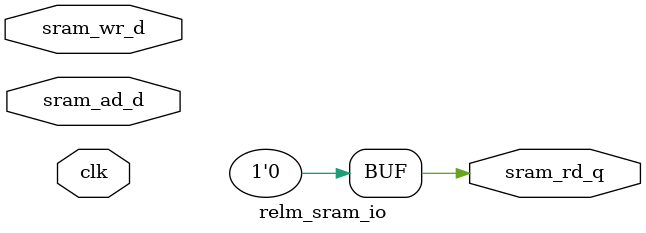
<source format=v>
module relm_decode(e_in, d_in, q_out);
	parameter WE = 1;
	parameter WD = 1;
	input [WE-1:0] e_in;
	input [WD-1:0] d_in;
	localparam WH = WE * (2 ** (WD - 1));
	output [WH*2-1:0] q_out;
	generate
		if (WD == 1)
		begin : d1
			assign q_out = {e_in & {WE{d_in[0]}}, e_in & {WE{~d_in[0]}}};
		end
		else
		begin : d2
			wire [WH-1:0] e;
			relm_decode #(WE, WD-1) e_decode(.e_in(e_in), .d_in(d_in[0+:WD-1]), .q_out(e));
			relm_decode #(WH, 1) q_decode(.e_in(e), .d_in(d_in[WD-1]), .q_out(q_out));
		end
	endgenerate
endmodule

module relm_decode_shared(d_in, q_out, r_out);
	parameter WDQ = 1;
	parameter WDR = 1;
	localparam WD = (WDQ > WDR) ? WDQ : WDR;
	input [WD-1:0] d_in;
	localparam WQ = 2 ** WDQ;
	output [WQ-1:0] q_out;
	localparam WR = 2 ** WDR;
	output [WR-1:0] r_out;
	generate
		if (WDQ < WDR)
		begin : ds1
			relm_decode #(1, WDQ) q_decode(.e_in(1'b1), .d_in(d_in[0+:WDQ]), .q_out(q_out));
			relm_decode #(WQ, WDR-WDQ) r_decode(.e_in(q_out), .d_in(d_in[WDR-1:WDQ]), .q_out(r_out));
		end
		else if (WDR < WDQ)
		begin : ds2
			relm_decode #(1, WDR) r_decode(.e_in(1'b1), .d_in(d_in[0+:WDR]), .q_out(r_out));
			relm_decode #(WR, WDQ-WDR) q_decode(.e_in(r_out), .d_in(d_in[WDQ-1:WDR]), .q_out(q_out));
		end
		else
		begin : ds3
			relm_decode #(1, WDQ) q_decode(.e_in(1'b1), .d_in(d_in), .q_out(q_out));
			assign r_out = q_out;
		end
	endgenerate
endmodule

module relm_shrink(d_in, q_out);
	parameter WS = 1;
	parameter WQ = 1;
	input [WS*WQ-1:0] d_in;
	output reg [WQ-1:0] q_out;
	integer i;
	always @*
	begin
		for (i = 0; i < WQ; i = i + 1)
			q_out[i] <= |d_in[i*WS+:WS];
	end
endmodule

module relm_select(s_in, d1_in, d0_in, q_out);
	parameter WS = 1;
	parameter WD = 1;
	input [WS-1:0] s_in;
	input [WS*WD-1:0] d1_in;
	input [WS*WD-1:0] d0_in;
	output reg [WS*WD-1:0] q_out;
	integer i;
	always @*
	begin
		for (i = 0; i < WS; i = i + 1)
			q_out[i*WD+:WD] <= s_in[i] ? d1_in[i*WD+:WD] : d0_in[i*WD+:WD];
	end
endmodule

module relm_mix(s_in, d_in, q_out);
	parameter WS = 1;
	parameter WQ = 1;
	input [WS-1:0] s_in;
	input [WS*WQ-1:0] d_in;
	output reg [WQ-1:0] q_out;
	integer i;
	always @*
	begin
		q_out = {WQ{1'b0}};
		for (i = 0; i < WS; i = i + 1)
			q_out = q_out | (d_in[i*WQ+:WQ] & {WQ{s_in[i]}});
	end
endmodule

module relm_pe(clk, pc_in, pc_out, a_in, a_out, cb_in, cb_out,
		wb_ad_in, wb_ad_out, wb_d_in, wb_d_out, wb_en_in, wb_en_out,
		push_out, push_in, pop_out, pop_in, op_we_in, op_wa_in, op_d_in);
	parameter ID = 0;
	parameter WID = 0;
	parameter WAD = 0;
	parameter WPUSH = 0;
	parameter WPOP = 0;
	parameter WSHIFT = 5;
	parameter WD = 32;
	parameter WOP = 5;
	parameter WC = 0;
	parameter CODE = "code00";
	parameter DATA = "data00";
	parameter EXT = ".txt";
	localparam NID = 2 ** WID;
	input clk;
	input [WAD+WID:0] pc_in;
	input [WD-1:0] a_in;
	input [WC+WD-1:0] cb_in;
	input [NID*WAD-1:0] wb_ad_in;
	input [NID*WD-1:0] wb_d_in;
	input [NID-1:0] wb_en_in;
	reg [WAD+WID:0] pc = ID[0+:WAD+WID+1];
	reg [WD-1:0] a = 0;
	reg [WC+WD-1:0] cb = 0;
	reg [NID*WAD-1:0] wb_ad;
	reg [NID*WD-1:0] wb_d;
	reg [NID-1:0] wb_en_reg = 0;
	wire [NID-1:0] wb_en = wb_en_reg & {{NID-ID-1{1'b1}}, 1'b0, {ID{1'b1}}};
	reg active = 0;
	reg fetch = 0;
	always @(posedge clk)
	begin
		pc <= pc_in;
		a <= a_in;
		cb <= cb_in;
		wb_ad <= wb_ad_in;
		wb_d <= wb_d_in;
		wb_en_reg <= wb_en_in;
		active <= (pc_in[0+:WID] == ID[0+:WID]);
		fetch <= !(wb_en_in[ID] && pc_in[WID+:WAD] == wb_ad_in[ID*WAD+:WAD]);
	end
	wire [WD-1:0] x_mem;
	relm_dpmem #(
		.WAD(WAD),
		.WD(WD),
		.FILEH({DATA + ID / 10 * 256 + ID % 10, EXT})
	) dpmem_x(
		.clk(clk),
		.we_in(wb_en_in[ID]),
		.wa_in(wb_ad_in[ID*WAD+:WAD]),
		.d_in(wb_d_in[ID*WD+:WD]),
		.ra_in(pc_in[WID+:WAD]),
		.q_out(x_mem)
	);
	input op_we_in;
	input [WAD+WID-1:0] op_wa_in;
	input [WOP-1:0] op_d_in;
	wire [WOP-1:0] op_mem;
	relm_dpmem #(
		.WAD(WAD),
		.WD(WOP),
		.FILEB({CODE + ID / 10 * 256 + ID % 10, EXT})
	) dpmem_op(
		.clk(clk),
		.we_in(op_we_in && op_wa_in[0+:WID] == ID[0+:WID]),
		.wa_in(op_wa_in[WID+:WAD]),
		.d_in(op_d_in),
		.ra_in(pc_in[WID+:WAD]),
		.q_out(op_mem)
	);
	wire [WD-1:0] x = fetch ? x_mem : wb_d[ID*WD+:WD];
	wire opb = &op_mem; // OPB(5'b11111)
	wire [WOP-1:0] op = active ? (pc[WAD+WID] ? 5'b00000 : (opb ? x[0+:WOP] : op_mem)) : 5'b11111; // LOAD, HALT
	wire [WD-1:0] xb = (!pc[WAD+WID] & opb) ? cb[WD-1:0] : x;

	wire [NID-1:0] put_decode;
	localparam NPOP = 2 ** WPOP;
	wire [NPOP-1:0] pop_decode;
	localparam WXB = (WID > WPOP) ? WID : WPOP;
	relm_decode_shared #(WID, WPOP) xb_decode(
		.d_in(xb[0+:WXB]),
		.q_out(put_decode),
		.r_out(pop_decode)
	);
	wire [NID-1:0] ad_ne_xb;
	relm_shrink #(WAD, NID) ad_xb_compare(
		.d_in(wb_ad ^ {NID{xb[WID+:WAD]}}),
		.q_out(ad_ne_xb)
	);
	output [NID*WAD-1:0] wb_ad_out;
	relm_select #(NID, WAD) wb_ad_select(
		.s_in(wb_en),
		.d1_in(wb_ad),
		.d0_in({NID{xb[WID+:WAD]}}),
		.q_out(wb_ad_out)
	);

	localparam NSHIFT = 2 ** WSHIFT;
	wire [NSHIFT-1:0] a_shift;
	localparam NPUSH = 2 ** WPUSH;
	wire [NPUSH-1:0] push_decode;
	localparam WA = (WSHIFT > WPUSH) ? WSHIFT : WPUSH;
	relm_decode_shared #(WSHIFT, WPUSH) a_decode(
		.d_in(a[0+:WA]),
		.q_out(a_shift),
		.r_out(push_decode)
	);
	wire [WD-1:0] a_put = (op[0] && (!op[3] || x[WD-1])) ? a_shift[WD-1:0] : {op[0] ^ a[WD-1], a[WD-2:0]};

	reg put;
	wire [NID-1:0] put_stb = put_decode & {NID{put}};
	output [NID*WD-1:0] wb_d_out;
	relm_select #(NID, WD) wb_d_select(
		.s_in(put_stb & ~ad_ne_xb | ~wb_en),
		.d1_in({NID{a_put}}),
		.d0_in(wb_d),
		.q_out(wb_d_out)
	);
	output [NID-1:0] wb_en_out;
	assign wb_en_out = put_stb | wb_en;
	wire retry_put = |(put_decode & ad_ne_xb & wb_en);

	reg push;
	wire [NPUSH-1:0] push_stb = push_decode & {NPUSH{push}};
	output [NPUSH*(WD+1)-1:0] push_out;
	relm_select #(NPUSH, WD+1) push_select(
		.s_in(push_stb),
		.d1_in({NPUSH{1'b1, xb}}),
		.d0_in({NPUSH*(WD+1){1'b0}}),
		.q_out(push_out)
	);
	input [NPUSH-1:0] push_in;
	wire retry_push = |(push_decode & push_in);

	reg pop;
	wire [NPOP-1:0] pop_stb = pop_decode & {NPOP{pop}};
	output [NPOP*(WD+1)-1:0] pop_out;
	relm_select #(NPOP, WD+1) pop_select(
		.s_in(pop_stb),
		.d1_in({NPOP{1'b1, a}}),
		.d0_in({NPOP*(WD+1){1'b0}}),
		.q_out(pop_out)
	);
	input [NPOP*(WD+1)-1:0] pop_in;
	wire [WD:0] a_pop;
	relm_mix #(NPOP, WD+1) pop_mix(
		.s_in(pop_decode),
		.d_in(pop_in),
		.q_out(a_pop)
	);
	wire retry_pop = a_pop[WD];

	reg [WD-1:0] mul_a;
	reg [WD-1:0] mul_x;
	wire [WD*2-1:0] mul_ax = mul_a * mul_x;
	wire [WD-1:0] mul_a_custom;
	wire [WD-1:0] mul_x_custom;
	wire [WD-1:0] a_custom;
	wire [WC+WD-1:0] cb_custom;
	wire retry_custom;
	relm_custom #(WD, WOP, WC) custom(
		.clk(clk),
		.op_in(op),
		.a_in(a),
		.cb_in(cb),
		.x_in(x),
		.xb_in(xb),
		.opb_in(opb),
		.mul_ax_in(mul_ax),
		.mul_a_out(mul_a_custom),
		.mul_x_out(mul_x_custom),
		.a_out(a_custom),
		.cb_out(cb_custom),
		.retry_out(retry_custom)
	);
	wire sar_sign = a[WD-1] & op[0];
	reg [WD-1:0] sar_a;
	reg [WD-1:0] sar_ax;
	integer i;
	always @*
	begin
		for (i = 0; i < WD; i = i + 1) sar_a[i] <= a[WD-1-i] ^ sar_sign;
		for (i = 0; i < WD; i = i + 1) sar_ax[i] <= mul_ax[WD-1-i] ^ sar_sign;
		casez (op)
			5'b10101: begin // MUL
				mul_a <= a;
				mul_x <= xb;
			end
			5'b1011?: begin // SAR, SHR
				mul_a <= sar_a;
				mul_x <= xb;
			end
			5'b110??, 5'b1110?, 5'b11110: begin // custom
				mul_a <= mul_a_custom;
				mul_x <= mul_x_custom;
			end
			default: begin // otherwise
				mul_a <= {WD{1'bx}};
				mul_x <= {WD{1'bx}};
			end
		endcase
	end

	localparam [WID-1:0] ID1 = ID[WID-1:0] + {{WID-1{1'b0}}, 1'b1};
	localparam [WAD-1:0] PC1 = {{WAD-1{1'd0}}, !ID1};
	wire [WAD+WID:0] pc_inc = {pc[WAD+WID], pc[WID+:WAD] + PC1, ID1};
	output reg [WAD+WID:0] pc_out;
	always @*
	begin
		casez (op)
			5'b01000: // PUSH/OUT
				{push, pop, put, pc_out} <= {3'b100, retry_push ? pc : pc_inc};
			5'b01001: // POP/IO
				{push, pop, put, pc_out} <= {3'b010, retry_pop ? pc : pc_inc};
			5'b0101?: // PUT, PUTS
				{push, pop, put, pc_out} <= {3'b001, retry_put ? pc : pc_inc};
			5'b011??: // RSUB, JEQ, JNE, JUMP
				{push, pop, put, pc_out} <= {3'b000, (!a ? op[0] : op[1]) ? {xb[WD-1], xb[0+:WAD+WID]} : pc_inc};
			5'b110??, 5'b1110?, 5'b11110: // custom
				{push, pop, put, pc_out} <= {3'b000, retry_custom ? pc : pc_inc};
			5'b11111: // HALT, inactive
				{push, pop, put, pc_out} <= {3'b000, pc};
			default: // get, otherwise
				{push, pop, put, pc_out} <= {3'b000, pc[WAD+WID] ? {1'b0, a[0+:WAD+WID]} : pc_inc};
		endcase
	end

	wire [WD-1:0] a_sign = {WD{op[3]}} ^ {op[1], {WD-1{1'b0}}};
	wire [WD-1:0] x_sign = {WD{op[4]}} ^ {op[1], {WD-1{1'b0}}};
	wire [WD:0] a_add = {1'b0, a ^ a_sign} + {1'b1, xb ^ x_sign} + {{WD{1'b0}}, op[3] | op[4]};
	wire [WD-1:0] a_xor = a ^ xb;
	wire [WD-1:0] a_logic = (op[0] ? a & xb : {WD{1'b0}}) | (op[1] ? a_xor : {WD{1'b0}});
	output reg [WD-1:0] a_out;
	output reg [WC+WD-1:0] cb_out;
	always @*
	begin
		casez (op)
			5'b00000, 5'b0001?: // LOAD, BLOAD, BSLOAD, BLOADX, BSLOADX
				a_out <= (opb && x[WOP]) ? a : xb;
			5'b00001: // SWAP/SHIFT
				a_out <= opb ? a_shift[WD-1:0] : x_mem;
			5'b0?100, 5'b10100: // ADD, RSUB, SUB
				a_out <= a_add[WD-1:0];
			5'b00101, 5'b0011?: // AND, XOR, OR
				a_out <= a_logic;
			5'b01001: // POP/IO
				a_out <= retry_pop ? a : a_pop[WD-1:0];
			5'b100??: // UGT, ULT, IGT, ILT
				a_out <= {{WD-1{1'b0}}, a_add[WD] == op[0] && a_xor};
			5'b10101: // MUL
				a_out <= mul_ax[WD-1:0];
			5'b1011?: // SAR, SHR
				a_out <= sar_ax;
			5'b110??, 5'b1110?, 5'b11110: // custom
				a_out <= a_custom;
			default: // otherwise
				a_out <= a;
		endcase
		casez (op)
			5'b0001?: // BLOAD, BSLOAD
				cb_out <= WC ? {cb[WC+WD-1-:WC], a_put} : a_put;
			5'b110??, 5'b1110?, 5'b11110: // custom
				cb_out <= cb_custom;
			default: // otherwise
				cb_out <= cb;
		endcase
	end
endmodule

module relm(clk, push_out, push_in, pop_out, pop_in, op_we_in, op_wa_in, op_d_in);
	parameter WID = 0;
	parameter WAD = 0;
	parameter NPUSH = 0;
	parameter NPOP = 0;
	parameter WSHIFT = 5;
	parameter WD = 32;
	parameter WOP = 5;
	parameter WC = 0;
	parameter CODE = "code00";
	parameter DATA = "data00";
	parameter EXT = ".txt";
	localparam NID = 2 ** WID;
	input clk;
	wire [NID*(WAD+WID+1)-1:0] pc;
	wire [NID*WD-1:0] a;
	wire [NID*(WC+WD)-1:0] cb;
	wire [NID*NID*WAD-1:0] wb_ad;
	wire [NID*NID*WD-1:0] wb_d;
	wire [NID*NID-1:0] wb_en;
	localparam WPUSH = $clog2(NPUSH);
	localparam MPUSH = 2 ** WPUSH;
	localparam WPOP = $clog2(NPOP);
	localparam MPOP = 2 ** WPOP;
	wire [NID*MPUSH*(WD+1)-1:0] push;
	wire [MPUSH*(WD+1)-1:0] push_mix;
	output [NPUSH*(WD+1)-1:0] push_out;
	assign push_out = push_mix[NPUSH*(WD+1)-1:0];
	relm_mix #(NID, MPUSH*(WD+1)) mix_push(
		.s_in({NID{1'b1}}),
		.d_in(push),
		.q_out(push_mix)
	);
	input [NPUSH-1:0] push_in;
	wire [NID*MPOP*(WD+1)-1:0] pop;
	wire [MPOP*(WD+1)-1:0] pop_mix;
	output [NPOP*(WD+1)-1:0] pop_out;
	assign pop_out = pop_mix[NPOP*(WD+1)-1:0];
	relm_mix #(NID, MPOP*(WD+1)) mix_pop(
		.s_in({NID{1'b1}}),
		.d_in(pop),
		.q_out(pop_mix)
	);
	input [NPOP*(WD+1)-1:0] pop_in;
	input op_we_in;
	input [WAD+WID-1:0] op_wa_in;
	input [WOP-1:0] op_d_in;
	genvar i;
	generate
		for (i = 0; i < NID - 1; i = i + 1) begin : ring
			relm_pe #(
				.ID(i),
				.WID(WID),
				.WAD(WAD),
				.WPUSH(WPUSH),
				.WPOP(WPOP),
				.WSHIFT(WSHIFT),
				.WD(WD),
				.WOP(WOP),
				.WC(WC),
				.CODE(CODE),
				.DATA(DATA),
				.EXT(EXT)
			) pe(
				.clk(clk),
				.pc_in(pc[i*(WAD+WID+1)+:WAD+WID+1]),
				.pc_out(pc[(i+1)*(WAD+WID+1)+:WAD+WID+1]),
				.a_in(a[i*WD+:WD]),
				.a_out(a[(i+1)*WD+:WD]),
				.cb_in(cb[i*(WC+WD)+:WC+WD]),
				.cb_out(cb[(i+1)*(WC+WD)+:WC+WD]),
				.wb_ad_in(wb_ad[i*NID*WAD+:NID*WAD]),
				.wb_ad_out(wb_ad[(i+1)*NID*WAD+:NID*WAD]),
				.wb_d_in(wb_d[i*NID*WD+:NID*WD]),
				.wb_d_out(wb_d[(i+1)*NID*WD+:NID*WD]),
				.wb_en_in(wb_en[i*NID+:NID]),
				.wb_en_out(wb_en[(i+1)*NID+:NID]),
				.push_out(push[i*MPUSH*(WD+1)+:MPUSH*(WD+1)]),
				.push_in({{MPUSH-NPUSH{1'b0}}, push_in}),
				.pop_out(pop[i*MPOP*(WD+1)+:MPOP*(WD+1)]),
				.pop_in({{(MPOP-NPOP)*(WD+1){1'b0}}, pop_in}),
				.op_we_in(op_we_in),
				.op_wa_in(op_wa_in),
				.op_d_in(op_d_in)
			);
		end
	endgenerate
	relm_pe #(
		.ID(NID-1),
		.WID(WID),
		.WAD(WAD),
		.WPUSH(WPUSH),
		.WPOP(WPOP),
		.WSHIFT(WSHIFT),
		.WD(WD),
		.WOP(WOP),
		.WC(WC),
		.CODE(CODE),
		.DATA(DATA),
		.EXT(EXT)
	) last_pe(
		.clk(clk),
		.pc_in(pc[NID*(WAD+WID+1)-1-:WAD+WID+1]),
		.pc_out(pc[0+:WAD+WID+1]),
		.a_in(a[NID*WD-1-:WD]),
		.a_out(a[0+:WD]),
		.cb_in(cb[NID*(WC+WD)-1-:WC+WD]),
		.cb_out(cb[0+:WC+WD]),
		.wb_ad_in(wb_ad[NID*NID*WAD-1-:NID*WAD]),
		.wb_ad_out(wb_ad[0+:NID*WAD]),
		.wb_d_in(wb_d[NID*NID*WD-1-:NID*WD]),
		.wb_d_out(wb_d[0+:NID*WD]),
		.wb_en_in(wb_en[NID*NID-1-:NID]),
		.wb_en_out(wb_en[0+:NID]),
		.push_out(push[NID*MPUSH*(WD+1)-1-:MPUSH*(WD+1)]),
		.push_in({{MPUSH-NPUSH{1'b0}}, push_in}),
		.pop_out(pop[NID*MPOP*(WD+1)-1-:MPOP*(WD+1)]),
		.pop_in({{(MPOP-NPOP)*(WD+1){1'b0}}, pop_in}),
		.op_we_in(op_we_in),
		.op_wa_in(op_wa_in),
		.op_d_in(op_d_in)
	);
endmodule

module relm_fifo(clk, re_in, we_in, d_in, empty_out, full_out, q_out);
	parameter WAD = 0;
	parameter WD = 0;
	input clk, re_in, we_in;
	input [WD-1:0] d_in;
	reg ready = 0;
	output empty_out;
	assign empty_out = ~ready;
	reg [WAD:0] ra = 0;
	wire [WAD:0] ra_next = ra + {{WAD{1'b0}}, ready & re_in};
	reg full = 0;
	output full_out;
	assign full_out = full & ~re_in;
	wire we = ~full_out & we_in;
	reg [WAD:0] wa = 0;
	wire [WAD:0] wa_next = wa + {{WAD{1'b0}}, we};
	output [WD-1:0] q_out;
	always @(posedge clk)
	begin
		{ready, full} <= (ra_next[0+:WAD] != wa_next[0+:WAD]) ?
			{ra_next[0+:WAD] != wa[0+:WAD], 1'b0} :
			{2{ra_next[WAD] ^ wa_next[WAD]}};
		ra <= ra_next;
		wa <= wa_next;
	end
	relm_dpmem #(
		.WAD(WAD),
		.WD(WD)
	) demem(
		.clk(clk),
		.we_in(we),
		.wa_in(wa[0+:WAD]),
		.ra_in(ra_next[0+:WAD]),
		.d_in(d_in),
		.q_out(q_out)
	);
endmodule

module relm_fifo_io(clk, push_d, push_retry, pop_d, pop_q);
	parameter WAD = 0;
	parameter WD = 0;
	input clk;
	input [WD:0] push_d;
	output push_retry;
	input [WD:0] pop_d;
	output [WD:0] pop_q;
	reg lock_stb = 0;
	always @(posedge clk) if (pop_d[WD-1]) lock_stb <= 1;
	wire pop_stb = lock_stb | pop_d[0];
	wire empty;
	wire [WD-1:0] pop;
	assign pop_q = (pop_stb) ? {empty, pop} : {{WD{1'b0}}, ~empty};
	relm_fifo #(
		.WAD(WAD),
		.WD(WD)
	) fifo(
		.clk(clk),
		.re_in(pop_stb & pop_d[WD]),
		.we_in(push_d[WD]),
		.d_in(push_d[0+:WD]),
		.empty_out(empty),
		.full_out(push_retry),
		.q_out(pop)
	);
endmodule

module relm_sram_io(clk, sram_wr_d, sram_ad_d, sram_rd_q);
	parameter WAD = 0;
	parameter WD = 0;
	input clk;
	input [WD:0] sram_wr_d;
	input [WD:0] sram_ad_d;
	output [WD:0] sram_rd_q;
	assign sram_rd_q[WD] = 0;
	reg [WAD-1:0] sram_wa;
	wire [WAD-1:0] sram_ra = sram_ad_d[WD] ? sram_ad_d[0+:WAD] : sram_wa;
	always @(posedge clk) begin
		if (sram_ad_d[WD]) sram_wa <= sram_ad_d[0+:WAD];
		else if (sram_wr_d[WD]) sram_wa <= sram_wa + {{WAD-1{1'b0}}, 1'b1};
	end
	relm_dpmem #(
		.WAD(WAD),
		.WD(WD)
	) demem(
		.clk(clk),
		.we_in(sram_wr_d[WD]),
		.wa_in(sram_wa),
		.ra_in(sram_ra),
		.d_in(sram_wr_d[0+:WD]),
		.q_out(sram_rd_q[0+:WD])
	);
endmodule

</source>
